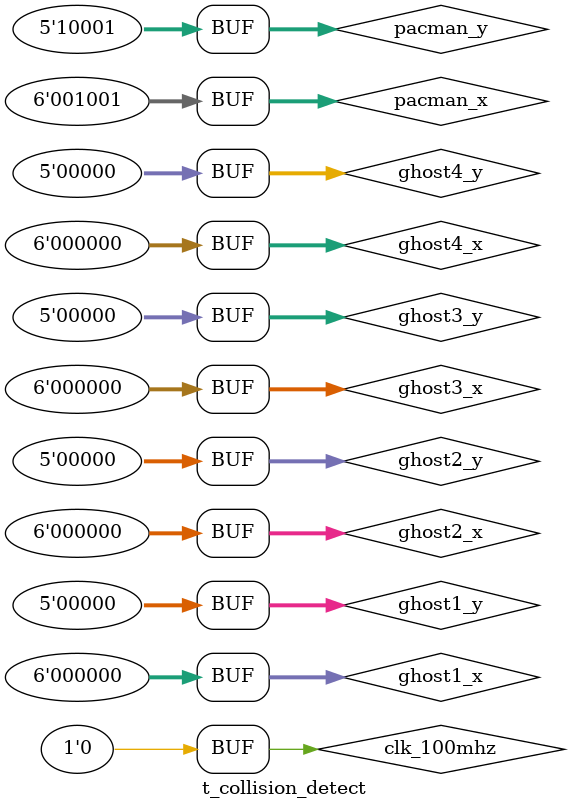
<source format=v>
`timescale 1ns / 1ps


module t_collision_detect;

	// Inputs
	reg [5:0] pacman_x;
	reg [4:0] pacman_y;
	reg [5:0] ghost1_x;
	reg [4:0] ghost1_y;
	reg [5:0] ghost2_x;
	reg [4:0] ghost2_y;
	reg [5:0] ghost3_x;
	reg [4:0] ghost3_y;
	reg [5:0] ghost4_x;
	reg [4:0] ghost4_y;
	reg clk_100mhz;
	reg [1:0] clk_100mhz_phase;

	// Outputs
	wire [3:0] pacman_valid_moves;
	wire [3:0] ghost1_valid_moves;
	wire [3:0] ghost2_valid_moves;
	wire [3:0] ghost3_valid_moves;
	wire [3:0] ghost4_valid_moves;

	// Instantiate the Unit Under Test (UUT)
	collision_detect uut (
		.pacman_valid_moves(pacman_valid_moves), 
		.ghost1_valid_moves(ghost1_valid_moves), 
		.ghost2_valid_moves(ghost2_valid_moves), 
		.ghost3_valid_moves(ghost3_valid_moves), 
		.ghost4_valid_moves(ghost4_valid_moves), 
		.pacman_x(pacman_x), 
		.pacman_y(pacman_y), 
		.ghost1_x(ghost1_x), 
		.ghost1_y(ghost1_y), 
		.ghost2_x(ghost2_x), 
		.ghost2_y(ghost2_y), 
		.ghost3_x(ghost3_x), 
		.ghost3_y(ghost3_y), 
		.ghost4_x(ghost4_x), 
		.ghost4_y(ghost4_y), 
		.clk_100mhz(clk_100mhz), 
		.clk_100mhz_phase(clk_100mhz_phase)
	);

	initial begin
		// Initialize Inputs
		pacman_x = 0;
		pacman_y = 0;
		ghost1_x = 0;
		ghost1_y = 0;
		ghost2_x = 0;
		ghost2_y = 0;
		ghost3_x = 0;
		ghost3_y = 0;
		ghost4_x = 0;
		ghost4_y = 0;
		clk_100mhz = 0;
		clk_100mhz_phase = 2'b00;

		// Wait 100 ns for global reset to finish
		#100;
      #10 clk_100mhz = 1; #10 clk_100mhz = 0;
		#10 clk_100mhz = 1; #10 clk_100mhz = 0;
		#10 clk_100mhz = 1; #10 clk_100mhz = 0;
		#10 clk_100mhz = 1; #10 clk_100mhz = 0;
		
		pacman_x = 9;
		pacman_y = 17;
		#10 clk_100mhz = 1; #10 clk_100mhz = 0;
		#10 clk_100mhz = 1; #10 clk_100mhz = 0;
		#10 clk_100mhz = 1; #10 clk_100mhz = 0;
		#10 clk_100mhz = 1; #10 clk_100mhz = 0;
		
		#10 clk_100mhz = 1; #10 clk_100mhz = 0;
		#10 clk_100mhz = 1; #10 clk_100mhz = 0;
		#10 clk_100mhz = 1; #10 clk_100mhz = 0;
		#10 clk_100mhz = 1; #10 clk_100mhz = 0;		
		// Add stimulus here
		
	end
      
		always@(posedge clk_100mhz) begin
			clk_100mhz_phase <= clk_100mhz_phase + 1;
		end
endmodule


</source>
